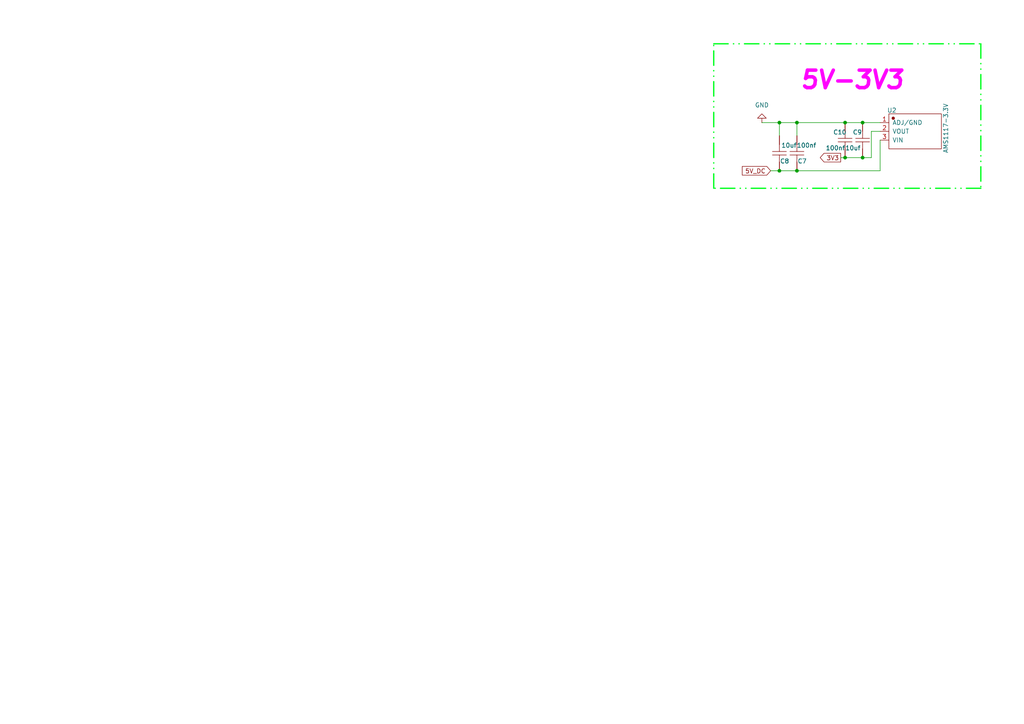
<source format=kicad_sch>
(kicad_sch (version 20231120) (generator "eeschema") (generator_version "8.0")
  (paper "A4")
  (title_block (title "5-3V3") (date "2025-01-24") (rev "Dennis_Re_Yoonjiho"))
  (lib_symbols
    (symbol "Ts_Foc_Vo符号库:AMS1117-3.3V" (pin_names (offset 1.016))
      (property "Reference" "U" (at -4.318 6.096 0))
      (property "Value" "AMS1117-3.3V" (at 2.54 -6.096 0))
      (symbol "AMS1117-3.3V_1_1"
        (rectangle (start -5.08 5.08) (end 10.16 -5.08) (stroke (width 0.1524)))
        (circle (center -3.81 3.81) (radius 0.381) (stroke (width 0.1524)) (fill (type outline)))
        (pin input line (at -7.62 2.54 0) (length 2.54) (name "ADJ/GND") (number "1"))
        (pin input line (at -7.62 0 0) (length 2.54) (name "VOUT") (number "2"))
        (pin input line (at -7.62 -2.54 0) (length 2.54) (name "VIN") (number "3"))
      )
    )
    (symbol "Ts_Foc_Vo符号库:CAP" (pin_numbers hide) (pin_names (offset 1.016) hide)
      (property "Reference" "C" (at -2.286 1.524 0))
      (property "Value" "Value" (at 3.81 1.524 0))
      (symbol "CAP_1_1"
        (polyline (pts (xy -0.508 -2.032) (xy -0.508 2.032)) (stroke (width 0.1524)))
        (polyline (pts (xy -0.508 0) (xy -2.54 0)) (stroke (width 0.1524)))
        (polyline (pts (xy 0.508 2.032) (xy 0.508 -2.032)) (stroke (width 0.1524)))
        (polyline (pts (xy 2.54 0) (xy 0.508 0)) (stroke (width 0.1524)))
        (pin input line (at -5.08 0 0) (length 2.54) (name "1") (number "1"))
        (pin input line (at 5.08 0 180) (length 2.54) (name "2") (number "2"))
      )
    )
    (symbol "power:GND" (power) (pin_numbers hide) (pin_names (offset 0) hide)
      (property "Value" "GND" (at 0 -3.81 0))
      (symbol "GND_0_1"
        (polyline (pts (xy 0 0) (xy 0 -1.27) (xy 1.27 -1.27) (xy 0 -2.54) (xy -1.27 -1.27) (xy 0 -1.27)))
      )
      (symbol "GND_1_1"
        (pin power_in line (at 0 0 270) (length 0) (name "~") (number "1"))
      )
    )
  )
  (junction (at 250.19 45.72))
  (junction (at 226.06 35.56))
  (junction (at 250.19 35.56))
  (junction (at 231.14 35.56))
  (junction (at 231.14 49.53))
  (junction (at 245.11 45.72))
  (junction (at 226.06 49.53))
  (junction (at 245.11 35.56))
  (wire (pts (xy 231.14 35.56) (xy 245.11 35.56)))
  (bus (pts (xy 207.01 54.61) (xy 207.01 12.7)) (stroke (width 0.381) (type dash_dot_dot) (color 0 255 30 1)))
  (wire (pts (xy 250.19 35.56) (xy 255.27 35.56)))
  (bus (pts (xy 284.48 54.61) (xy 207.01 54.61)) (stroke (width 0.381) (type dash_dot_dot) (color 0 255 30 1)))
  (wire (pts (xy 226.06 39.37) (xy 226.06 35.56)))
  (wire (pts (xy 243.84 45.72) (xy 245.11 45.72)))
  (wire (pts (xy 255.27 40.64) (xy 255.27 49.53)))
  (wire (pts (xy 245.11 35.56) (xy 250.19 35.56)))
  (wire (pts (xy 226.06 35.56) (xy 231.14 35.56)))
  (wire (pts (xy 245.11 45.72) (xy 250.19 45.72)))
  (wire (pts (xy 252.73 38.1) (xy 252.73 45.72)))
  (wire (pts (xy 220.98 35.56) (xy 226.06 35.56)))
  (wire (pts (xy 231.14 49.53) (xy 255.27 49.53)))
  (bus (pts (xy 207.01 12.7) (xy 284.48 12.7)) (stroke (width 0.381) (type dash_dot_dot) (color 0 255 30 1)))
  (wire (pts (xy 226.06 49.53) (xy 231.14 49.53)))
  (wire (pts (xy 255.27 38.1) (xy 252.73 38.1)))
  (wire (pts (xy 231.14 39.37) (xy 231.14 35.56)))
  (wire (pts (xy 223.52 49.53) (xy 226.06 49.53)))
  (bus (pts (xy 284.48 12.7) (xy 284.48 54.61)) (stroke (width 0.381) (type dash_dot_dot) (color 0 255 30 1)))
  (wire (pts (xy 250.19 45.72) (xy 252.73 45.72)))
  (text "5V-3V3\n" (exclude_from_sim yes) (at 247.142 23.368 0) (effects (font (size 5.08 5.08) (thickness 1.016) (bold yes) (italic yes))))
  (global_label "5V_DC" (shape input) (at 223.52 49.53 180) (property "Intersheetrefs" "${INTERSHEET_REFS}" (effects (hide yes))))
  (global_label "3V3" (shape output) (at 243.84 45.72 180) (property "Intersheetrefs" "${INTERSHEET_REFS}" (effects (hide yes))))
  (symbol (lib_id "Ts_Foc_Vo符号库:CAP") (at 245.11 40.64 270) (unit 1)
    (property "Reference" "C10" (at 243.586 38.354 90))
    (property "Value" "100nf" (at 242.316 42.926 90))
    (property "Footprint" "Ts_Foc_Vo封装库:CAP_0402" (effects (hide yes)))
    (property "Datasheet" "http://www.szlcsc.com/product/details_602003.html" (effects (hide yes)))
    (property "SuppliersPartNumber" "C575438" (effects (hide yes)))
    (property "uuid" "std:0b682b3549a44c2f91624e74dc370f45" (effects (hide yes)))
  )
  (symbol (lib_id "Ts_Foc_Vo符号库:CAP") (at 231.14 44.45 90) (unit 1)
    (property "Reference" "C7" (at 232.664 46.736 90))
    (property "Value" "100nf" (at 233.934 42.164 90))
    (property "Footprint" "Ts_Foc_Vo封装库:CAP_0402" (effects (hide yes)))
    (property "Datasheet" "http://www.szlcsc.com/product/details_602003.html" (effects (hide yes)))
    (property "SuppliersPartNumber" "C575438" (effects (hide yes)))
    (property "uuid" "std:0b682b3549a44c2f91624e74dc370f45" (effects (hide yes)))
  )
  (symbol (lib_id "Ts_Foc_Vo符号库:CAP") (at 250.19 40.64 270) (unit 1)
    (property "Reference" "C9" (at 248.666 38.354 90))
    (property "Value" "10uf" (at 247.396 42.926 90))
    (property "Footprint" "Ts_Foc_Vo封装库:CAP_0402" (effects (hide yes)))
    (property "Datasheet" "http://www.szlcsc.com/product/details_602003.html" (effects (hide yes)))
    (property "SuppliersPartNumber" "C575438" (effects (hide yes)))
    (property "uuid" "std:0b682b3549a44c2f91624e74dc370f45" (effects (hide yes)))
  )
  (symbol (lib_id "Ts_Foc_Vo符号库:CAP") (at 226.06 44.45 90) (unit 1)
    (property "Reference" "C8" (at 227.584 46.736 90))
    (property "Value" "10uf" (at 228.854 42.164 90))
    (property "Footprint" "Ts_Foc_Vo封装库:CAP_0402" (effects (hide yes)))
    (property "Datasheet" "http://www.szlcsc.com/product/details_602003.html" (effects (hide yes)))
    (property "SuppliersPartNumber" "C575438" (effects (hide yes)))
    (property "uuid" "std:0b682b3549a44c2f91624e74dc370f45" (effects (hide yes)))
  )
  (symbol (lib_id "power:GND") (at 220.98 35.56 180) (unit 1)
    (property "Reference" "#PWR06" (effects (hide yes)))
    (property "Value" "GND" (at 220.98 30.48 0))
    (property "Description" "Power symbol creates a global label with name \"GND\" , ground" (effects (hide yes)))
  )
  (symbol (lib_id "Ts_Foc_Vo符号库:AMS1117-3.3V") (at 262.89 38.1 0) (unit 1)
    (property "Reference" "U2" (at 257.302 32.004 0) (effects (justify left)))
    (property "Value" "AMS1117-3.3V" (at 274.32 44.45 90) (effects (justify left)))
    (property "Footprint" "Ts_Foc_Vo封装库:AMS1117_SOT-89" (effects (hide yes)))
    (property "SuppliersPartNumber" "C5120796" (effects (hide yes)))
    (property "uuid" "std:dd1bd0a9f0b849aeb788b05bdd214157" (effects (hide yes)))
  )
)
</source>
